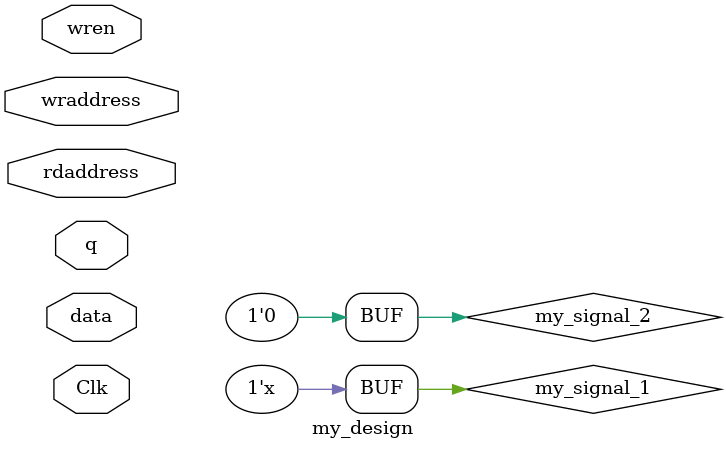
<source format=sv>

`include "cache_memory.v"

module my_design(input logic Clk,
                input logic [31:0] data,
                input logic [31:0] rdaddress,
                input logic [31:0] wraddress,
                input logic wren,
                input logic [31:0] q
);


    logic my_signal_1;
    logic my_signal_2;

    assign my_signal_1 = 1'bx;
    assign my_signal_2 = 0;


    cache_memory cache_memory (.clock(Clk), .data(data), .rdaddress(rdaddress),
                                .wraddress(wraddress), .wren(wren), .q(q)
    );



endmodule
</source>
